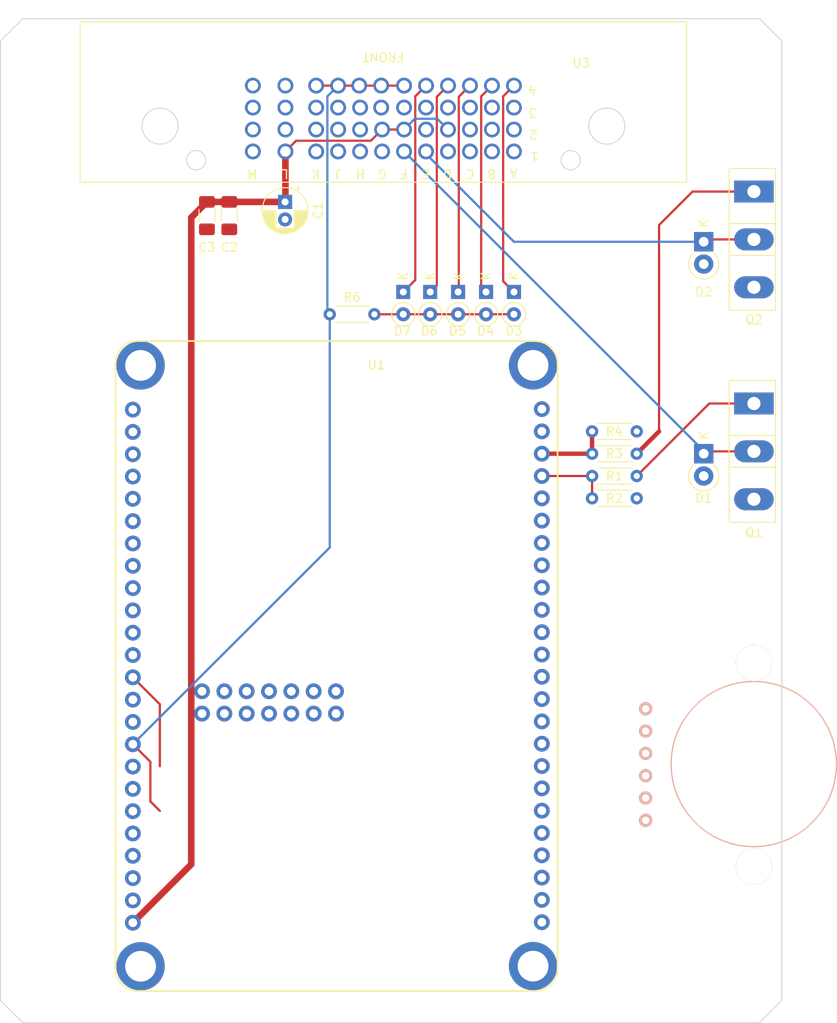
<source format=kicad_pcb>
(kicad_pcb (version 20240108) (generator "pcbnew") (generator_version "8.0")
  (layers (0 "F.Cu" signal) (31 "B.Cu" signal) (34 "B.Paste" user) (35 "F.Paste" user) (36 "B.SilkS" user "B.Silkscreen") (37 "F.SilkS" user "F.Silkscreen") (38 "B.Mask" user) (39 "F.Mask" user) (44 "Edge.Cuts" user))
  (net 0 "")
  (net 1 "IGN_COIL1_DRIVE")
  (net 2 "SAFE_SIGNAL")
  (net 3 "IGN_COIL2_DRIVE")
  (net 4 "Net-(Q1-G)")
  (net 5 "IGN_TRIG_1")
  (net 6 "IGN_TRIG_2")
  (net 7 "/INJ1_TRIG")
  (net 9 "/INJ2_TRIG")
  (net 11 "BIKE_+12V_SWITCHED_IN")
  (net 13 "BIKE_GROUND")
  (net 18 "/IDLE_1")
  (net 19 "/TACHO")
  (net 20 "/FUEL_PUMP")
  (net 21 "/FAN_CTL")
  (net 23 "SideStand_SWITCH")
  (net 26 "/NEUTRAL_LIGHT")
  (net 27 "Neutral_SWITCH")
  (net 28 "Clutch_SWITCH")
  (net 29 "SPR1_SWITCH")
  (net 30 "Net-(Q2-G)")
  (net 31 "/INJ3_TRIG")
  (net 32 "/INJ4_TRIG")
  (net 34 "IGN_TRIG_3")
  (net 35 "IGN_TRIG_4")
  (net 36 "/CRANK_SNSR")
  (net 37 "CLT_+5V")
  (net 38 "Net-(U1B-MAP_IN)")
  (net 39 "/TPS_SNSR")
  (net 40 "/CLT_SNSR")
  (net 41 "/IAT_SNSR")
  (net 42 "SPR2_SWITCH")
  (net 45 "/FLEX_SNSR")
  (net 46 "NEUTRAL_SIGNAL")
  (net 62 "/O2_SNSR")
  (net 63 "/CAM_SNSR")
  (net 69 "/02_SNSR")
  (footprint "Diode_THT:D_DO-35_SOD27_P2.54mm_Vertical_KathodeUp" (layer "F.Cu") (at 102.235 71.755 -90)
    (property "Reference" "D6" (at 4.445 0.111774 180) (layer "F.SilkS"))
    (property "Value" "D")
    (fp_text user "K" (at -1.8 0 90) (layer "F.SilkS"))
    (pad "1" thru_hole rect (at 0 0 270) (size 1.6 1.6) (drill 0.8) (layers "*.Cu" "*.Mask") (net 29 "SPR1_SWITCH"))
    (pad "2" thru_hole oval (at 2.54 0 270) (size 1.6 1.6) (drill 0.8) (layers "*.Cu" "*.Mask") (net 2 "SAFE_SIGNAL"))
  )
  (footprint "Package_TO_SOT_THT:TO-247-3_Vertical" (layer "F.Cu") (at 139.065 60.325 -90)
    (property "Reference" "Q2" (at 14.605 0 180) (layer "F.SilkS"))
    (property "Value" "IRG4PF50W")
    (pad "1" thru_hole rect (at 0 0 270) (size 2.5 4.5) (drill 1.5) (layers "*.Cu" "*.Mask") (net 30 "Net-(Q2-G)"))
    (pad "2" thru_hole oval (at 5.45 0 270) (size 2.5 4.5) (drill 1.5) (layers "*.Cu" "*.Mask") (net 3 "IGN_COIL2_DRIVE"))
    (pad "3" thru_hole oval (at 10.9 0 270) (size 2.5 4.5) (drill 1.5) (layers "*.Cu" "*.Mask") (net 13 "BIKE_GROUND"))
  )
  (footprint "Resistor_THT:R_Axial_DIN0204_L3.6mm_D1.6mm_P5.08mm_Horizontal" (layer "F.Cu") (at 90.805 74.295)
    (property "Reference" "R6" (at 2.54 -1.92 0) (layer "F.SilkS"))
    (property "Value" "100k")
    (pad "1" thru_hole circle (at 0 0) (size 1.4 1.4) (drill 0.7) (layers "*.Cu" "*.Mask") (net 37 "CLT_+5V"))
    (pad "2" thru_hole oval (at 5.08 0) (size 1.4 1.4) (drill 0.7) (layers "*.Cu" "*.Mask") (net 2 "SAFE_SIGNAL"))
  )
  (footprint "Package_TO_SOT_THT:TO-247-3_Vertical" (layer "F.Cu") (at 139.065 84.455 -90)
    (property "Reference" "Q1" (at 14.71 0 180) (layer "F.SilkS"))
    (property "Value" "IRG4PF50W")
    (pad "1" thru_hole rect (at 0 0 270) (size 2.5 4.5) (drill 1.5) (layers "*.Cu" "*.Mask") (net 4 "Net-(Q1-G)"))
    (pad "2" thru_hole oval (at 5.45 0 270) (size 2.5 4.5) (drill 1.5) (layers "*.Cu" "*.Mask") (net 1 "IGN_COIL1_DRIVE"))
    (pad "3" thru_hole oval (at 10.9 0 270) (size 2.5 4.5) (drill 1.5) (layers "*.Cu" "*.Mask") (net 13 "BIKE_GROUND"))
  )
  (footprint "Capacitor_SMD:C_1206_3216Metric_Pad1.33x1.80mm_HandSolder" (layer "F.Cu") (at 79.375 63.0625 -90)
    (property "Reference" "C2" (at 3.6125 0 180) (layer "F.SilkS"))
    (property "Value" "100nF")
    (pad "1" smd roundrect (at -1.5625 0 270) (size 1.325 1.8) (layers "F.Cu" "F.Paste" "F.Mask") (roundrect_rratio 0.188679) (net 11 "BIKE_+12V_SWITCHED_IN"))
    (pad "2" smd roundrect (at 1.5625 0 270) (size 1.325 1.8) (layers "F.Cu" "F.Paste" "F.Mask") (roundrect_rratio 0.188679) (net 13 "BIKE_GROUND"))
  )
  (footprint "Capacitor_SMD:C_1206_3216Metric_Pad1.33x1.80mm_HandSolder" (layer "F.Cu") (at 76.835 63.0625 -90)
    (property "Reference" "C3" (at 3.6125 0 180) (layer "F.SilkS"))
    (property "Value" "1nF")
    (pad "1" smd roundrect (at -1.5625 0 270) (size 1.325 1.8) (layers "F.Cu" "F.Paste" "F.Mask") (roundrect_rratio 0.188679) (net 11 "BIKE_+12V_SWITCHED_IN"))
    (pad "2" smd roundrect (at 1.5625 0 270) (size 1.325 1.8) (layers "F.Cu" "F.Paste" "F.Mask") (roundrect_rratio 0.188679) (net 13 "BIKE_GROUND"))
  )
  (footprint "Resistor_THT:R_Axial_DIN0204_L3.6mm_D1.6mm_P5.08mm_Horizontal" (layer "F.Cu") (at 120.65 95.25)
    (property "Reference" "R2" (at 2.54 0 0) (layer "F.SilkS"))
    (property "Value" "10k")
    (pad "1" thru_hole circle (at 0 0) (size 1.4 1.4) (drill 0.7) (layers "*.Cu" "*.Mask") (net 5 "IGN_TRIG_1"))
    (pad "2" thru_hole oval (at 5.08 0) (size 1.4 1.4) (drill 0.7) (layers "*.Cu" "*.Mask") (net 13 "BIKE_GROUND"))
  )
  (footprint "Resistor_THT:R_Axial_DIN0204_L3.6mm_D1.6mm_P5.08mm_Horizontal" (layer "F.Cu") (at 125.73 90.17 180)
    (property "Reference" "R3" (at 2.54 0 180) (layer "F.SilkS"))
    (property "Value" "1k")
    (pad "1" thru_hole circle (at 0 0 180) (size 1.4 1.4) (drill 0.7) (layers "*.Cu" "*.Mask") (net 30 "Net-(Q2-G)"))
    (pad "2" thru_hole oval (at 5.08 0 180) (size 1.4 1.4) (drill 0.7) (layers "*.Cu" "*.Mask") (net 6 "IGN_TRIG_2"))
  )
  (footprint "Diode_THT:D_DO-35_SOD27_P2.54mm_Vertical_KathodeUp" (layer "F.Cu") (at 99.171774 71.755 -90)
    (property "Reference" "D7" (at 4.445 0.111774 180) (layer "F.SilkS"))
    (property "Value" "D")
    (fp_text user "K" (at -1.8 0 90) (layer "F.SilkS"))
    (pad "1" thru_hole rect (at 0 0 270) (size 1.6 1.6) (drill 0.8) (layers "*.Cu" "*.Mask") (net 42 "SPR2_SWITCH"))
    (pad "2" thru_hole oval (at 2.54 0 270) (size 1.6 1.6) (drill 0.8) (layers "*.Cu" "*.Mask") (net 2 "SAFE_SIGNAL"))
  )
  (footprint "Capacitor_THT:CP_Radial_D5.0mm_P2.00mm" (layer "F.Cu") (at 85.725 61.5 -90)
    (property "Reference" "C1" (at 1 -3.75 90) (layer "F.SilkS"))
    (property "Value" "10uF")
    (pad "1" thru_hole rect (at 0 0 270) (size 1.6 1.6) (drill 0.8) (layers "*.Cu" "*.Mask") (net 11 "BIKE_+12V_SWITCHED_IN"))
    (pad "2" thru_hole circle (at 2 0 270) (size 1.6 1.6) (drill 0.8) (layers "*.Cu" "*.Mask") (net 13 "BIKE_GROUND"))
  )
  (footprint "Core4:Core4" (layer "F.Cu") (at 114.935 143.51 180)
    (property "Reference" "U1" (at 18.805 63.42 0) (layer "F.SilkS"))
    (property "Value" "core4")
    (pad "" thru_hole circle (at 1 -5 180) (size 5.5 5.5) (drill 3.5) (layers "*.Cu" "*.Mask"))
    (pad "" thru_hole circle (at 1 63.4 180) (size 5.5 5.5) (drill 3.5) (layers "*.Cu" "*.Mask"))
    (pad "" thru_hole circle (at 45.65 -5.02 180) (size 5.5 5.5) (drill 3.5) (layers "*.Cu" "*.Mask"))
    (pad "" thru_hole circle (at 45.65 63.39 180) (size 5.5 5.5) (drill 3.5) (layers "*.Cu" "*.Mask"))
    (pad "1" thru_hole circle (at 0 0 180) (size 1.8 1.8) (drill 1) (layers "*.Cu" "*.Mask") (net 7 "/INJ1_TRIG"))
    (pad "2" thru_hole circle (at 0 2.54 180) (size 1.8 1.8) (drill 1) (layers "*.Cu" "*.Mask"))
    (pad "3" thru_hole circle (at 0 5.08 180) (size 1.8 1.8) (drill 1) (layers "*.Cu" "*.Mask") (net 9 "/INJ2_TRIG"))
    (pad "4" thru_hole circle (at 0 7.62 180) (size 1.8 1.8) (drill 1) (layers "*.Cu" "*.Mask"))
    (pad "5" thru_hole circle (at 0 10.16 180) (size 1.8 1.8) (drill 1) (layers "*.Cu" "*.Mask") (net 31 "/INJ3_TRIG"))
    (pad "6" thru_hole circle (at 0 12.7 180) (size 1.8 1.8) (drill 1) (layers "*.Cu" "*.Mask"))
    (pad "7" thru_hole circle (at 0 15.24 180) (size 1.8 1.8) (drill 1) (layers "*.Cu" "*.Mask") (net 32 "/INJ4_TRIG"))
    (pad "8" thru_hole circle (at 0 17.78 180) (size 1.8 1.8) (drill 1) (layers "*.Cu" "*.Mask"))
    (pad "9" thru_hole circle (at 0 20.32 180) (size 1.8 1.8) (drill 1) (layers "*.Cu" "*.Mask"))
    (pad "10" thru_hole circle (at 0 22.86 180) (size 1.8 1.8) (drill 1) (layers "*.Cu" "*.Mask"))
    (pad "11" thru_hole circle (at 0 25.4 180) (size 1.8 1.8) (drill 1) (layers "*.Cu" "*.Mask"))
    (pad "12" thru_hole circle (at 0 27.94 180) (size 1.8 1.8) (drill 1) (layers "*.Cu" "*.Mask") (net 18 "/IDLE_1"))
    (pad "13" thru_hole circle (at 0 30.48 180) (size 1.8 1.8) (drill 1) (layers "*.Cu" "*.Mask") (net 19 "/TACHO"))
    (pad "14" thru_hole circle (at 0 33.02 180) (size 1.8 1.8) (drill 1) (layers "*.Cu" "*.Mask") (net 20 "/FUEL_PUMP"))
    (pad "15" thru_hole circle (at 0 35.56 180) (size 1.8 1.8) (drill 1) (layers "*.Cu" "*.Mask") (net 21 "/FAN_CTL"))
    (pad "16" thru_hole circle (at 0 38.1 180) (size 1.8 1.8) (drill 1) (layers "*.Cu" "*.Mask"))
    (pad "17" thru_hole circle (at 0 40.64 180) (size 1.8 1.8) (drill 1) (layers "*.Cu" "*.Mask") (net 26 "/NEUTRAL_LIGHT"))
    (pad "18" thru_hole circle (at 0 43.18 180) (size 1.8 1.8) (drill 1) (layers "*.Cu" "*.Mask"))
    (pad "19" thru_hole circle (at 0 45.72 180) (size 1.8 1.8) (drill 1) (layers "*.Cu" "*.Mask"))
    (pad "20" thru_hole circle (at 0 48.26 180) (size 1.8 1.8) (drill 1) (layers "*.Cu" "*.Mask"))
    (pad "21" thru_hole circle (at 0 50.8 180) (size 1.8 1.8) (drill 1) (layers "*.Cu" "*.Mask") (net 5 "IGN_TRIG_1"))
    (pad "22" thru_hole circle (at 0 53.34 180) (size 1.8 1.8) (drill 1) (layers "*.Cu" "*.Mask") (net 6 "IGN_TRIG_2"))
    (pad "23" thru_hole circle (at 0 55.88 180) (size 1.8 1.8) (drill 1) (layers "*.Cu" "*.Mask") (net 34 "IGN_TRIG_3"))
    (pad "24" thru_hole circle (at 0 58.42 180) (size 1.8 1.8) (drill 1) (layers "*.Cu" "*.Mask") (net 35 "IGN_TRIG_4"))
    (pad "25" thru_hole circle (at 46.53 -0.06 180) (size 1.8 1.8) (drill 1) (layers "*.Cu" "*.Mask") (net 11 "BIKE_+12V_SWITCHED_IN"))
    (pad "26" thru_hole circle (at 46.53 2.48 180) (size 1.8 1.8) (drill 1) (layers "*.Cu" "*.Mask") (net 13 "BIKE_GROUND"))
    (pad "27" thru_hole circle (at 46.53 5.02 180) (size 1.8 1.8) (drill 1) (layers "*.Cu" "*.Mask") (net 13 "BIKE_GROUND"))
    (pad "28" thru_hole circle (at 46.53 7.56 180) (size 1.8 1.8) (drill 1) (layers "*.Cu" "*.Mask") (net 13 "BIKE_GROUND"))
    (pad "29" thru_hole circle (at 46.53 10.1 180) (size 1.8 1.8) (drill 1) (layers "*.Cu" "*.Mask") (net 13 "BIKE_GROUND"))
    (pad "30" thru_hole circle (at 46.53 12.64 180) (size 1.8 1.8) (drill 1) (layers "*.Cu" "*.Mask") (net 13 "BIKE_GROUND"))
    (pad "31" thru_hole circle (at 46.53 15.18 180) (size 1.8 1.8) (drill 1) (layers "*.Cu" "*.Mask") (net 13 "BIKE_GROUND"))
    (pad "32" thru_hole circle (at 46.53 17.72 180) (size 1.8 1.8) (drill 1) (layers "*.Cu" "*.Mask") (net 13 "BIKE_GROUND"))
    (pad "33" thru_hole circle (at 46.53 20.26 180) (size 1.8 1.8) (drill 1) (layers "*.Cu" "*.Mask") (net 37 "CLT_+5V"))
    (pad "34" thru_hole circle (at 46.53 22.8 180) (size 1.8 1.8) (drill 1) (layers "*.Cu" "*.Mask") (net 36 "/CRANK_SNSR"))
    (pad "35" thru_hole circle (at 46.53 25.34 180) (size 1.8 1.8) (drill 1) (layers "*.Cu" "*.Mask") (net 63 "/CAM_SNSR"))
    (pad "36" thru_hole circle (at 46.53 27.88 180) (size 1.8 1.8) (drill 1) (layers "*.Cu" "*.Mask") (net 38 "Net-(U1B-MAP_IN)"))
    (pad "37" thru_hole circle (at 46.53 30.42 180) (size 1.8 1.8) (drill 1) (layers "*.Cu" "*.Mask") (net 39 "/TPS_SNSR"))
    (pad "38" thru_hole circle (at 46.53 32.96 180) (size 1.8 1.8) (drill 1) (layers "*.Cu" "*.Mask") (net 40 "/CLT_SNSR"))
    (pad "39" thru_hole circle (at 46.53 35.5 180) (size 1.8 1.8) (drill 1) (layers "*.Cu" "*.Mask") (net 41 "/IAT_SNSR"))
    (pad "40" thru_hole circle (at 46.53 38.04 180) (size 1.8 1.8) (drill 1) (layers "*.Cu" "*.Mask") (net 62 "/O2_SNSR"))
    (pad "41" thru_hole circle (at 46.53 40.58 180) (size 1.8 1.8) (drill 1) (layers "*.Cu" "*.Mask"))
    (pad "42" thru_hole circle (at 46.53 43.12 180) (size 1.8 1.8) (drill 1) (layers "*.Cu" "*.Mask"))
    (pad "43" thru_hole circle (at 46.53 45.66 180) (size 1.8 1.8) (drill 1) (layers "*.Cu" "*.Mask") (net 45 "/FLEX_SNSR"))
    (pad "44" thru_hole circle (at 46.53 48.2 180) (size 1.8 1.8) (drill 1) (layers "*.Cu" "*.Mask") (net 2 "SAFE_SIGNAL"))
    (pad "45" thru_hole circle (at 46.53 50.74 180) (size 1.8 1.8) (drill 1) (layers "*.Cu" "*.Mask") (net 46 "NEUTRAL_SIGNAL"))
    (pad "46" thru_hole circle (at 46.53 53.28 180) (size 1.8 1.8) (drill 1) (layers "*.Cu" "*.Mask"))
    (pad "47" thru_hole circle (at 46.53 55.82 180) (size 1.8 1.8) (drill 1) (layers "*.Cu" "*.Mask"))
    (pad "48" thru_hole circle (at 46.53 58.36 180) (size 1.8 1.8) (drill 1) (layers "*.Cu" "*.Mask"))
    (pad "49" thru_hole circle (at 23.42 23.75 180) (size 1.8 1.8) (drill 1) (layers "*.Cu" "*.Mask"))
    (pad "50" thru_hole circle (at 23.42 26.29 180) (size 1.8 1.8) (drill 1) (layers "*.Cu" "*.Mask"))
    (pad "51" thru_hole circle (at 25.96 23.75 180) (size 1.8 1.8) (drill 1) (layers "*.Cu" "*.Mask"))
    (pad "52" thru_hole circle (at 25.96 26.29 180) (size 1.8 1.8) (drill 1) (layers "*.Cu" "*.Mask"))
    (pad "53" thru_hole circle (at 28.5 23.75 180) (size 1.8 1.8) (drill 1) (layers "*.Cu" "*.Mask"))
    (pad "54" thru_hole circle (at 28.5 26.29 180) (size 1.8 1.8) (drill 1) (layers "*.Cu" "*.Mask"))
    (pad "55" thru_hole circle (at 31.04 23.75 180) (size 1.8 1.8) (drill 1) (layers "*.Cu" "*.Mask"))
    (pad "56" thru_hole circle (at 31.04 26.29 180) (size 1.8 1.8) (drill 1) (layers "*.Cu" "*.Mask"))
    (pad "57" thru_hole circle (at 33.58 23.75 180) (size 1.8 1.8) (drill 1) (layers "*.Cu" "*.Mask"))
    (pad "58" thru_hole circle (at 33.58 26.29 180) (size 1.8 1.8) (drill 1) (layers "*.Cu" "*.Mask"))
    (pad "59" thru_hole circle (at 36.12 23.75 180) (size 1.8 1.8) (drill 1) (layers "*.Cu" "*.Mask"))
    (pad "60" thru_hole circle (at 36.12 26.29 180) (size 1.8 1.8) (drill 1) (layers "*.Cu" "*.Mask"))
    (pad "61" thru_hole circle (at 38.66 23.75 180) (size 1.8 1.8) (drill 1) (layers "*.Cu" "*.Mask") (net 11 "BIKE_+12V_SWITCHED_IN"))
    (pad "62" thru_hole circle (at 38.66 26.29 180) (size 1.8 1.8) (drill 1) (layers "*.Cu" "*.Mask") (net 11 "BIKE_+12V_SWITCHED_IN"))
  )
  (footprint "Diode_THT:D_DO-35_SOD27_P2.54mm_Vertical_KathodeUp" (layer "F.Cu") (at 108.585 71.755 -90)
    (property "Reference" "D4" (at 4.445 0.037258 180) (layer "F.SilkS"))
    (property "Value" "D")
    (fp_text user "K" (at -1.8 0 90) (layer "F.SilkS"))
    (pad "1" thru_hole rect (at 0 0 270) (size 1.6 1.6) (drill 0.8) (layers "*.Cu" "*.Mask") (net 27 "Neutral_SWITCH"))
    (pad "2" thru_hole oval (at 2.54 0 270) (size 1.6 1.6) (drill 0.8) (layers "*.Cu" "*.Mask") (net 2 "SAFE_SIGNAL"))
  )
  (footprint "Diode_THT:D_DO-41_SOD81_P2.54mm_Vertical_KathodeUp" (layer "F.Cu") (at 133.35 66.04 -90)
    (property "Reference" "D2" (at 5.715 0 180) (layer "F.SilkS"))
    (property "Value" "1N4007")
    (fp_text user "K" (at -2.1 0 90) (layer "F.SilkS"))
    (pad "1" thru_hole rect (at 0 0 270) (size 2.2 2.2) (drill 1.1) (layers "*.Cu" "*.Mask") (net 3 "IGN_COIL2_DRIVE"))
    (pad "2" thru_hole oval (at 2.54 0 270) (size 2.2 2.2) (drill 1.1) (layers "*.Cu" "*.Mask") (net 13 "BIKE_GROUND"))
  )
  (footprint "Diode_THT:D_DO-35_SOD27_P2.54mm_Vertical_KathodeUp" (layer "F.Cu") (at 111.76 71.755 -90)
    (property "Reference" "D3" (at 4.445 0 180) (layer "F.SilkS"))
    (property "Value" "D")
    (fp_text user "K" (at -1.8 0 90) (layer "F.SilkS"))
    (pad "1" thru_hole rect (at 0 0 270) (size 1.6 1.6) (drill 0.8) (layers "*.Cu" "*.Mask") (net 23 "SideStand_SWITCH"))
    (pad "2" thru_hole oval (at 2.54 0 270) (size 1.6 1.6) (drill 0.8) (layers "*.Cu" "*.Mask") (net 2 "SAFE_SIGNAL"))
  )
  (footprint "Diode_THT:D_DO-35_SOD27_P2.54mm_Vertical_KathodeUp" (layer "F.Cu") (at 105.41 71.755 -90)
    (property "Reference" "D5" (at 4.445 0.074516 180) (layer "F.SilkS"))
    (property "Value" "D")
    (fp_text user "K" (at -1.8 0 90) (layer "F.SilkS"))
    (pad "1" thru_hole rect (at 0 0 270) (size 1.6 1.6) (drill 0.8) (layers "*.Cu" "*.Mask") (net 28 "Clutch_SWITCH"))
    (pad "2" thru_hole oval (at 2.54 0 270) (size 1.6 1.6) (drill 0.8) (layers "*.Cu" "*.Mask") (net 2 "SAFE_SIGNAL"))
  )
  (footprint "Diode_THT:D_DO-41_SOD81_P2.54mm_Vertical_KathodeUp" (layer "F.Cu") (at 133.35 90.17 -90)
    (property "Reference" "D1" (at 5.08 0 180) (layer "F.SilkS"))
    (property "Value" "1N4007")
    (fp_text user "K" (at -2.1 0 90) (layer "F.SilkS"))
    (pad "1" thru_hole rect (at 0 0 270) (size 2.2 2.2) (drill 1.1) (layers "*.Cu" "*.Mask") (net 1 "IGN_COIL1_DRIVE"))
    (pad "2" thru_hole oval (at 2.54 0 270) (size 2.2 2.2) (drill 1.1) (layers "*.Cu" "*.Mask") (net 13 "BIKE_GROUND"))
  )
  (footprint "Resistor_THT:R_Axial_DIN0204_L3.6mm_D1.6mm_P5.08mm_Horizontal" (layer "F.Cu") (at 125.73 92.71 180)
    (property "Reference" "R1" (at 2.54 0 180) (layer "F.SilkS"))
    (property "Value" "1k")
    (pad "1" thru_hole circle (at 0 0 180) (size 1.4 1.4) (drill 0.7) (layers "*.Cu" "*.Mask") (net 4 "Net-(Q1-G)"))
    (pad "2" thru_hole oval (at 5.08 0 180) (size 1.4 1.4) (drill 0.7) (layers "*.Cu" "*.Mask") (net 5 "IGN_TRIG_1"))
  )
  (footprint "Molex_CMC_Conn:Molex_CMC_48pin_Male_Black" (layer "F.Cu") (at 96.91 40.56 180)
    (property "Reference" "U3" (at -22.51 -5.16 0) (layer "F.SilkS"))
    (property "Value" "~")
    (fp_text user "B" (at -12.9 -17.15 180) (layer "F.SilkS") (effects (justify left bottom)))
    (fp_text user "M" (at 14.25 -17.15 180) (layer "F.SilkS") (effects (justify left bottom)))
    (fp_text user "C" (at -10.45 -17.15 180) (layer "F.SilkS") (effects (justify left bottom)))
    (fp_text user "1" (at -17.75 -15.2 180) (layer "F.SilkS") (effects (justify left bottom)))
    (fp_text user "2" (at -17.65 -12.7 180) (layer "F.SilkS") (effects (justify left bottom)))
    (fp_text user "J" (at 4.65 -17.15 180) (layer "F.SilkS") (effects (justify left bottom)))
    (fp_text user "A" (at -15.35 -17.1 180) (layer "F.SilkS") (effects (justify left bottom)))
    (fp_text user "H" (at 2 -17.15 180) (layer "F.SilkS") (effects (justify left bottom)))
    (fp_text user "4" (at -17.55 -7.7 180) (layer "F.SilkS") (effects (justify left bottom)))
    (fp_text user "G" (at -0.45 -17.15 180) (layer "F.SilkS") (effects (justify left bottom)))
    (fp_text user "E" (at -5.4 -17.15 180) (layer "F.SilkS") (effects (justify left bottom)))
    (fp_text user "D" (at -7.9 -17.15 180) (layer "F.SilkS") (effects (justify left bottom)))
    (fp_text user "L" (at 10.7 -17.15 180) (layer "F.SilkS") (effects (justify left bottom)))
    (fp_text user "F" (at -2.85 -17.15 180) (layer "F.SilkS") (effects (justify left bottom)))
    (fp_text user "FRONT" (at -2.45 -3.85 180) (layer "F.SilkS") (effects (justify left bottom)))
    (fp_text user "K" (at 7.1 -17.15 180) (layer "F.SilkS") (effects (justify left bottom)))
    (fp_text user "3" (at -17.55 -10.2 180) (layer "F.SilkS") (effects (justify left bottom)))
    (pad "1" thru_hole circle (at -14.85 -15.2 180) (size 1.8 1.8) (drill 1.2) (layers "*.Cu" "*.Mask") (net 7 "/INJ1_TRIG"))
    (pad "2" thru_hole circle (at -12.35 -15.2 180) (size 1.8 1.8) (drill 1.2) (layers "*.Cu" "*.Mask") (net 9 "/INJ2_TRIG"))
    (pad "3" thru_hole circle (at -9.85 -15.2 180) (size 1.8 1.8) (drill 1.2) (layers "*.Cu" "*.Mask") (net 31 "/INJ3_TRIG"))
    (pad "4" thru_hole circle (at -7.35 -15.2 180) (size 1.8 1.8) (drill 1.2) (layers "*.Cu" "*.Mask") (net 32 "/INJ4_TRIG"))
    (pad "5" thru_hole circle (at -4.85 -15.2 180) (size 1.8 1.8) (drill 1.2) (layers "*.Cu" "*.Mask") (net 3 "IGN_COIL2_DRIVE"))
    (pad "6" thru_hole circle (at -2.35 -15.2 180) (size 1.8 1.8) (drill 1.2) (layers "*.Cu" "*.Mask") (net 1 "IGN_COIL1_DRIVE"))
    (pad "7" thru_hole circle (at 0.15 -15.2 180) (size 1.8 1.8) (drill 1.2) (layers "*.Cu" "*.Mask"))
    (pad "8" thru_hole circle (at 2.65 -15.2 180) (size 1.8 1.8) (drill 1.2) (layers "*.Cu" "*.Mask"))
    (pad "9" thru_hole circle (at 5.15 -15.2 180) (size 1.8 1.8) (drill 1.2) (layers "*.Cu" "*.Mask"))
    (pad "10" thru_hole circle (at 7.65 -15.2 180) (size 1.8 1.8) (drill 1.2) (layers "*.Cu" "*.Mask"))
    (pad "11" thru_hole circle (at -14.85 -12.7 180) (size 1.8 1.8) (drill 1.2) (layers "*.Cu" "*.Mask") (net 11 "BIKE_+12V_SWITCHED_IN"))
    (pad "12" thru_hole circle (at -12.35 -12.7 180) (size 1.8 1.8) (drill 1.2) (layers "*.Cu" "*.Mask") (net 19 "/TACHO"))
    (pad "13" thru_hole circle (at -9.85 -12.7 180) (size 1.8 1.8) (drill 1.2) (layers "*.Cu" "*.Mask"))
    (pad "14" thru_hole circle (at -7.35 -12.7 180) (size 1.8 1.8) (drill 1.2) (layers "*.Cu" "*.Mask") (net 11 "BIKE_+12V_SWITCHED_IN"))
    (pad "15" thru_hole circle (at -4.85 -12.7 180) (size 1.8 1.8) (drill 1.2) (layers "*.Cu" "*.Mask") (net 26 "/NEUTRAL_LIGHT"))
    (pad "16" thru_hole circle (at -2.35 -12.7 180) (size 1.8 1.8) (drill 1.2) (layers "*.Cu" "*.Mask") (net 11 "BIKE_+12V_SWITCHED_IN"))
    (pad "17" thru_hole circle (at 0.15 -12.7 180) (size 1.8 1.8) (drill 1.2) (layers "*.Cu" "*.Mask") (net 11 "BIKE_+12V_SWITCHED_IN"))
    (pad "18" thru_hole circle (at 2.65 -12.7 180) (size 1.8 1.8) (drill 1.2) (layers "*.Cu" "*.Mask") (net 21 "/FAN_CTL"))
    (pad "19" thru_hole circle (at 5.15 -12.7 180) (size 1.8 1.8) (drill 1.2) (layers "*.Cu" "*.Mask") (net 18 "/IDLE_1"))
    (pad "20" thru_hole circle (at 7.65 -12.7 180) (size 1.8 1.8) (drill 1.2) (layers "*.Cu" "*.Mask") (net 20 "/FUEL_PUMP"))
    (pad "21" thru_hole circle (at -14.85 -10.2 180) (size 1.8 1.8) (drill 1.2) (layers "*.Cu" "*.Mask") (net 36 "/CRANK_SNSR"))
    (pad "22" thru_hole circle (at -12.35 -10.2 180) (size 1.8 1.8) (drill 1.2) (layers "*.Cu" "*.Mask") (net 63 "/CAM_SNSR"))
    (pad "23" thru_hole circle (at -9.85 -10.2 180) (size 1.8 1.8) (drill 1.2) (layers "*.Cu" "*.Mask"))
    (pad "24" thru_hole circle (at -7.35 -10.2 180) (size 1.8 1.8) (drill 1.2) (layers "*.Cu" "*.Mask"))
    (pad "25" thru_hole circle (at -4.85 -10.2 180) (size 1.8 1.8) (drill 1.2) (layers "*.Cu" "*.Mask"))
    (pad "26" thru_hole circle (at -2.35 -10.2 180) (size 1.8 1.8) (drill 1.2) (layers "*.Cu" "*.Mask") (net 45 "/FLEX_SNSR"))
    (pad "27" thru_hole circle (at 0.25 -10.2 180) (size 1.8 1.8) (drill 1.2) (layers "*.Cu" "*.Mask") (net 69 "/02_SNSR"))
    (pad "28" thru_hole circle (at 2.65 -10.2 180) (size 1.8 1.8) (drill 1.2) (layers "*.Cu" "*.Mask") (net 41 "/IAT_SNSR"))
    (pad "29" thru_hole circle (at 5.15 -10.2 180) (size 1.8 1.8) (drill 1.2) (layers "*.Cu" "*.Mask") (net 40 "/CLT_SNSR"))
    (pad "30" thru_hole circle (at 7.65 -10.2 180) (size 1.8 1.8) (drill 1.2) (layers "*.Cu" "*.Mask") (net 39 "/TPS_SNSR"))
    (pad "31" thru_hole circle (at -14.85 -7.7 180) (size 1.8 1.8) (drill 1.2) (layers "*.Cu" "*.Mask") (net 23 "SideStand_SWITCH"))
    (pad "32" thru_hole circle (at -12.35 -7.7 180) (size 1.8 1.8) (drill 1.2) (layers "*.Cu" "*.Mask") (net 27 "Neutral_SWITCH"))
    (pad "33" thru_hole circle (at -9.85 -7.7 180) (size 1.8 1.8) (drill 1.2) (layers "*.Cu" "*.Mask") (net 28 "Clutch_SWITCH"))
    (pad "34" thru_hole circle (at -7.35 -7.7 180) (size 1.8 1.8) (drill 1.2) (layers "*.Cu" "*.Mask") (net 29 "SPR1_SWITCH"))
    (pad "35" thru_hole circle (at -4.85 -7.7 180) (size 1.8 1.8) (drill 1.2) (layers "*.Cu" "*.Mask") (net 42 "SPR2_SWITCH"))
    (pad "36" thru_hole circle (at -2.35 -7.7 180) (size 1.8 1.8) (drill 1.2) (layers "*.Cu" "*.Mask") (net 37 "CLT_+5V"))
    (pad "37" thru_hole circle (at 0.25 -7.7 180) (size 1.8 1.8) (drill 1.2) (layers "*.Cu" "*.Mask") (net 37 "CLT_+5V"))
    (pad "38" thru_hole circle (at 2.75 -7.7 180) (size 1.8 1.8) (drill 1.2) (layers "*.Cu" "*.Mask") (net 37 "CLT_+5V"))
    (pad "39" thru_hole circle (at 5.15 -7.7 180) (size 1.8 1.8) (drill 1.2) (layers "*.Cu" "*.Mask") (net 37 "CLT_+5V"))
    (pad "40" thru_hole circle (at 7.65 -7.7 180) (size 1.8 1.8) (drill 1.2) (layers "*.Cu" "*.Mask") (net 37 "CLT_+5V"))
    (pad "41" thru_hole circle (at 11.15 -15.2 180) (size 1.8 1.8) (drill 1.2) (layers "*.Cu" "*.Mask") (net 11 "BIKE_+12V_SWITCHED_IN"))
    (pad "42" thru_hole circle (at 14.85 -15.2 180) (size 1.8 1.8) (drill 1.2) (layers "*.Cu" "*.Mask") (net 13 "BIKE_GROUND"))
    (pad "43" thru_hole circle (at 11.15 -12.7 180) (size 1.8 1.8) (drill 1.2) (layers "*.Cu" "*.Mask") (net 13 "BIKE_GROUND"))
    (pad "44" thru_hole circle (at 14.85 -12.7 180) (size 1.8 1.8) (drill 1.2) (layers "*.Cu" "*.Mask") (net 13 "BIKE_GROUND"))
    (pad "45" thru_hole circle (at 11.15 -10.2 180) (size 1.8 1.8) (drill 1.2) (layers "*.Cu" "*.Mask") (net 13 "BIKE_GROUND"))
    (pad "46" thru_hole circle (at 14.85 -10.2 180) (size 1.8 1.8) (drill 1.2) (layers "*.Cu" "*.Mask") (net 13 "BIKE_GROUND"))
    (pad "47" thru_hole circle (at 11.15 -7.7 180) (size 1.8 1.8) (drill 1.2) (layers "*.Cu" "*.Mask") (net 13 "BIKE_GROUND"))
    (pad "48" thru_hole circle (at 14.85 -7.7 180) (size 1.8 1.8) (drill 1.2) (layers "*.Cu" "*.Mask") (net 13 "BIKE_GROUND"))
  )
  (footprint "Resistor_THT:R_Axial_DIN0204_L3.6mm_D1.6mm_P5.08mm_Horizontal" (layer "F.Cu") (at 120.65 87.63)
    (property "Reference" "R4" (at 2.54 0 0) (layer "F.SilkS"))
    (property "Value" "10k")
    (pad "1" thru_hole circle (at 0 0) (size 1.4 1.4) (drill 0.7) (layers "*.Cu" "*.Mask") (net 6 "IGN_TRIG_2"))
    (pad "2" thru_hole oval (at 5.08 0) (size 1.4 1.4) (drill 0.7) (layers "*.Cu" "*.Mask") (net 13 "BIKE_GROUND"))
  )
  (footprint "Speeduino_Misc:MPX4250" (layer "B.Cu") (at 126.745 131.91 90)
    (property "Reference" "U2" (hide yes))
    (property "Value" "MPX4250" (hide yes))
    (pad "1" thru_hole circle (at 0 0 90) (size 1.5 1.5) (drill 0.84) (layers "*.Cu" "*.Mask" "B.SilkS") (net 38 "Net-(U1B-MAP_IN)"))
    (pad "2" thru_hole circle (at 2.54 0 90) (size 1.5 1.5) (drill 0.84) (layers "*.Cu" "*.Mask" "B.SilkS") (net 13 "BIKE_GROUND"))
    (pad "3" thru_hole circle (at 5.08 0 90) (size 1.5 1.5) (drill 0.84) (layers "*.Cu" "*.Mask" "B.SilkS") (net 37 "CLT_+5V"))
    (pad "4" thru_hole circle (at 7.62 0 90) (size 1.5 1.5) (drill 0.84) (layers "*.Cu" "*.Mask" "B.SilkS"))
    (pad "5" thru_hole circle (at 10.16 0 90) (size 1.5 1.5) (drill 0.84) (layers "*.Cu" "*.Mask" "B.SilkS"))
    (pad "6" thru_hole circle (at 12.7 0 90) (size 1.5 1.5) (drill 0.84) (layers "*.Cu" "*.Mask" "B.SilkS"))
    (pad "~" thru_hole circle (at -5.25 12.32 90) (size 4.1 4.1) (drill 4.1) (layers "*.Cu" "*.Mask" "B.SilkS"))
    (pad "~" thru_hole circle (at 17.9 12.32 90) (size 4.1 4.1) (drill 4.1) (layers "*.Cu" "*.Mask" "B.SilkS"))
  )
  (gr_circle (center 122.323923 52.868936) (end 123.792734 54.301027) (stroke (width 0.1)) (fill none) (layer "Edge.Cuts"))
  (gr_line (start 139.7 40.64) (end 142.24 43.18) (stroke (width 0.1)) (layer "Edge.Cuts"))
  (gr_line (start 55.88 40.64) (end 53.34 43.18) (stroke (width 0.1)) (layer "Edge.Cuts"))
  (gr_circle (center 75.606536 56.749703) (end 74.769978 57.4557) (stroke (width 0.1)) (fill none) (layer "Edge.Cuts"))
  (gr_line (start 55.88 154.94) (end 139.7 154.94) (stroke (width 0.1)) (layer "Edge.Cuts"))
  (gr_line (start 55.88 40.64) (end 139.7 40.64) (stroke (width 0.1)) (layer "Edge.Cuts"))
  (gr_circle (center 118.213308 56.755242) (end 119.049866 57.461239) (stroke (width 0.1)) (fill none) (layer "Edge.Cuts"))
  (gr_line (start 139.7 154.94) (end 142.24 152.4) (stroke (width 0.1)) (layer "Edge.Cuts"))
  (gr_line (start 53.34 43.18) (end 53.34 152.4) (stroke (width 0.1)) (layer "Edge.Cuts"))
  (gr_circle (center 71.495921 52.863397) (end 70.02711 54.295488) (stroke (width 0.1)) (fill none) (layer "Edge.Cuts"))
  (gr_line (start 53.34 152.4) (end 55.88 154.94) (stroke (width 0.1)) (layer "Edge.Cuts"))
  (gr_line (start 142.24 152.4) (end 142.24 43.18) (stroke (width 0.1)) (layer "Edge.Cuts"))
  (segment (start 133.615 89.905) (end 133.35 90.17) (width 0.25) (layer "F.Cu") (net 1))
  (segment (start 139.065 89.905) (end 133.615 89.905) (width 0.25) (layer "F.Cu") (net 1))
  (segment (start 133.35 89.85) (end 99.26 55.76) (width 0.25) (layer "B.Cu") (net 1))
  (segment (start 133.35 90.17) (end 133.35 89.85) (width 0.25) (layer "B.Cu") (net 1))
  (segment (start 95.885 74.295) (end 111.76 74.295) (width 0.25) (layer "F.Cu") (net 2))
  (segment (start 139.065 65.775) (end 133.615 65.775) (width 0.25) (layer "F.Cu") (net 3))
  (segment (start 133.615 65.775) (end 133.35 66.04) (width 0.25) (layer "F.Cu") (net 3))
  (segment (start 101.76 56.04) (end 101.76 55.76) (width 0.25) (layer "B.Cu") (net 3))
  (segment (start 111.76 66.04) (end 101.76 56.04) (width 0.25) (layer "B.Cu") (net 3))
  (segment (start 133.35 66.04) (end 111.76 66.04) (width 0.25) (layer "B.Cu") (net 3))
  (segment (start 133.985 84.455) (end 139.065 84.455) (width 0.25) (layer "F.Cu") (net 4))
  (segment (start 125.73 92.71) (end 133.985 84.455) (width 0.25) (layer "F.Cu") (net 4))
  (segment (start 114.935 92.71) (end 120.65 92.71) (width 0.25) (layer "F.Cu") (net 5))
  (segment (start 120.65 95.25) (end 120.65 92.71) (width 0.25) (layer "F.Cu") (net 5))
  (segment (start 120.65 87.63) (end 120.65 90.17) (width 0.5) (layer "F.Cu") (net 6))
  (segment (start 120.65 90.17) (end 114.935 90.17) (width 0.5) (layer "F.Cu") (net 6))
  (segment (start 76.835 61.5) (end 75.05 63.285) (width 0.75) (layer "F.Cu") (net 11))
  (segment (start 75.05 63.285) (end 75.05 136.925) (width 0.75) (layer "F.Cu") (net 11))
  (segment (start 85.76 55.76) (end 85.76 61.465) (width 0.75) (layer "F.Cu") (net 11))
  (segment (start 95.485 54.535) (end 96.76 53.26) (width 0.25) (layer "F.Cu") (net 11))
  (segment (start 85.76 61.465) (end 85.725 61.5) (width 0.25) (layer "F.Cu") (net 11))
  (segment (start 75.05 136.925) (end 68.405 143.57) (width 0.75) (layer "F.Cu") (net 11))
  (segment (start 85.725 61.5) (end 76.835 61.5) (width 0.75) (layer "F.Cu") (net 11))
  (segment (start 96.76 53.26) (end 99.26 53.26) (width 0.25) (layer "F.Cu") (net 11))
  (segment (start 85.76 55.76) (end 86.985 54.535) (width 0.25) (layer "F.Cu") (net 11))
  (segment (start 86.985 54.535) (end 95.485 54.535) (width 0.25) (layer "F.Cu") (net 11))
  (segment (start 103.035 52.035) (end 104.26 53.26) (width 0.25) (layer "B.Cu") (net 11))
  (segment (start 100.485 52.035) (end 103.035 52.035) (width 0.25) (layer "B.Cu") (net 11))
  (segment (start 99.26 53.26) (end 100.485 52.035) (width 0.25) (layer "B.Cu") (net 11))
  (segment (start 110.535 70.53) (end 110.535 49.485) (width 0.25) (layer "F.Cu") (net 23))
  (segment (start 111.76 71.755) (end 110.535 70.53) (width 0.25) (layer "F.Cu") (net 23))
  (segment (start 110.535 49.485) (end 111.76 48.26) (width 0.25) (layer "F.Cu") (net 23))
  (segment (start 108.035 71.205) (end 108.035 49.485) (width 0.25) (layer "F.Cu") (net 27))
  (segment (start 108.585 71.755) (end 108.035 71.205) (width 0.25) (layer "F.Cu") (net 27))
  (segment (start 108.035 49.485) (end 109.26 48.26) (width 0.25) (layer "F.Cu") (net 27))
  (segment (start 105.485 49.535) (end 106.76 48.26) (width 0.25) (layer "F.Cu") (net 28))
  (segment (start 105.485 71.68) (end 105.485 49.535) (width 0.25) (layer "F.Cu") (net 28))
  (segment (start 105.41 71.755) (end 105.485 71.68) (width 0.25) (layer "F.Cu") (net 28))
  (segment (start 102.235 71.755) (end 102.985 71.005) (width 0.25) (layer "F.Cu") (net 29))
  (segment (start 102.985 71.005) (end 102.985 49.535) (width 0.25) (layer "F.Cu") (net 29))
  (segment (start 102.985 49.535) (end 104.26 48.26) (width 0.25) (layer "F.Cu") (net 29))
  (segment (start 128.27 64.135) (end 132.08 60.325) (width 0.25) (layer "F.Cu") (net 30))
  (segment (start 132.08 60.325) (end 139.065 60.325) (width 0.25) (layer "F.Cu") (net 30))
  (segment (start 125.73 90.17) (end 128.27 87.63) (width 0.5) (layer "F.Cu") (net 30))
  (segment (start 128.27 87.63) (end 128.27 64.135) (width 0.25) (layer "F.Cu") (net 30))
  (segment (start 70.398564 129.76) (end 71.473564 130.835) (width 0.25) (layer "F.Cu") (net 37))
  (segment (start 68.405 123.25) (end 70.398564 125.243564) (width 0.25) (layer "F.Cu") (net 37))
  (segment (start 89.26 48.26) (end 99.26 48.26) (width 0.25) (layer "F.Cu") (net 37))
  (segment (start 70.398564 125.243564) (end 70.398564 129.76) (width 0.25) (layer "F.Cu") (net 37))
  (segment (start 90.805 74.295) (end 90.805 100.85) (width 0.25) (layer "B.Cu") (net 37))
  (segment (start 90.805 74.295) (end 90.535 74.025) (width 0.25) (layer "B.Cu") (net 37))
  (segment (start 90.535 74.025) (end 90.535 49.485) (width 0.25) (layer "B.Cu") (net 37))
  (segment (start 90.805 100.85) (end 68.405 123.25) (width 0.25) (layer "B.Cu") (net 37))
  (segment (start 90.535 49.485) (end 91.76 48.26) (width 0.25) (layer "B.Cu") (net 37))
  (segment (start 71.473564 118.698564) (end 68.405 115.63) (width 0.25) (layer "F.Cu") (net 38))
  (segment (start 71.473564 125.755) (end 71.473564 118.698564) (width 0.25) (layer "F.Cu") (net 38))
  (segment (start 100.535 70.391774) (end 100.535 49.485) (width 0.25) (layer "F.Cu") (net 42))
  (segment (start 99.171774 71.755) (end 100.535 70.391774) (width 0.25) (layer "F.Cu") (net 42))
  (segment (start 100.535 49.485) (end 101.76 48.26) (width 0.25) (layer "F.Cu") (net 42))
)
</source>
